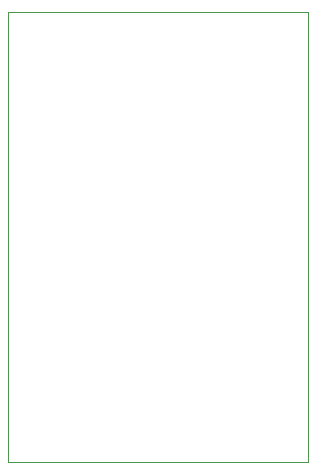
<source format=gbr>
%TF.GenerationSoftware,KiCad,Pcbnew,7.0.7*%
%TF.CreationDate,2023-09-02T13:43:40-04:00*%
%TF.ProjectId,DXBREAKER,44584252-4541-44b4-9552-2e6b69636164,rev?*%
%TF.SameCoordinates,Original*%
%TF.FileFunction,Profile,NP*%
%FSLAX46Y46*%
G04 Gerber Fmt 4.6, Leading zero omitted, Abs format (unit mm)*
G04 Created by KiCad (PCBNEW 7.0.7) date 2023-09-02 13:43:40*
%MOMM*%
%LPD*%
G01*
G04 APERTURE LIST*
%TA.AperFunction,Profile*%
%ADD10C,0.100000*%
%TD*%
G04 APERTURE END LIST*
D10*
X114300000Y-90170000D02*
X139700000Y-90170000D01*
X139700000Y-128270000D01*
X114300000Y-128270000D01*
X114300000Y-90170000D01*
M02*

</source>
